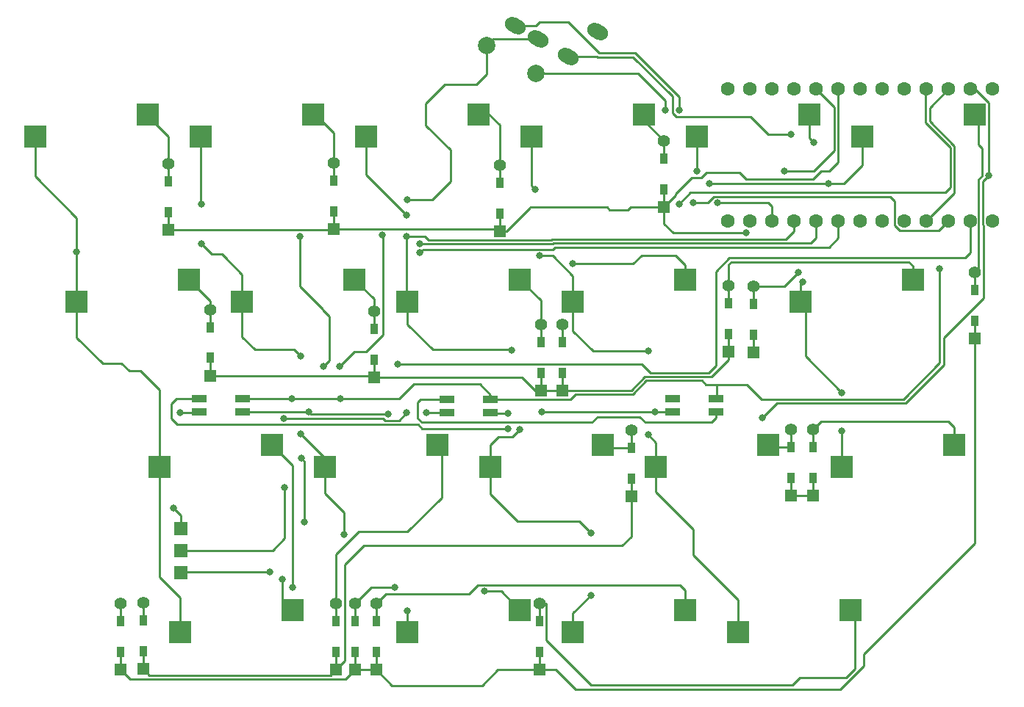
<source format=gbr>
G04 #@! TF.GenerationSoftware,KiCad,Pcbnew,7.0.8*
G04 #@! TF.CreationDate,2024-02-12T18:06:56+09:00*
G04 #@! TF.ProjectId,cool939v2,636f6f6c-3933-4397-9632-2e6b69636164,rev?*
G04 #@! TF.SameCoordinates,Original*
G04 #@! TF.FileFunction,Copper,L2,Bot*
G04 #@! TF.FilePolarity,Positive*
%FSLAX46Y46*%
G04 Gerber Fmt 4.6, Leading zero omitted, Abs format (unit mm)*
G04 Created by KiCad (PCBNEW 7.0.8) date 2024-02-12 18:06:56*
%MOMM*%
%LPD*%
G01*
G04 APERTURE LIST*
G04 Aperture macros list*
%AMHorizOval*
0 Thick line with rounded ends*
0 $1 width*
0 $2 $3 position (X,Y) of the first rounded end (center of the circle)*
0 $4 $5 position (X,Y) of the second rounded end (center of the circle)*
0 Add line between two ends*
20,1,$1,$2,$3,$4,$5,0*
0 Add two circle primitives to create the rounded ends*
1,1,$1,$2,$3*
1,1,$1,$4,$5*%
G04 Aperture macros list end*
G04 #@! TA.AperFunction,SMDPad,CuDef*
%ADD10R,2.550000X2.500000*%
G04 #@! TD*
G04 #@! TA.AperFunction,ComponentPad*
%ADD11R,1.397000X1.397000*%
G04 #@! TD*
G04 #@! TA.AperFunction,SMDPad,CuDef*
%ADD12R,0.950000X1.300000*%
G04 #@! TD*
G04 #@! TA.AperFunction,ComponentPad*
%ADD13C,1.397000*%
G04 #@! TD*
G04 #@! TA.AperFunction,ComponentPad*
%ADD14C,2.000000*%
G04 #@! TD*
G04 #@! TA.AperFunction,SMDPad,CuDef*
%ADD15R,1.800000X0.820000*%
G04 #@! TD*
G04 #@! TA.AperFunction,ComponentPad*
%ADD16HorizOval,1.700000X-0.346410X0.200000X0.346410X-0.200000X0*%
G04 #@! TD*
G04 #@! TA.AperFunction,SMDPad,CuDef*
%ADD17R,1.524000X1.524000*%
G04 #@! TD*
G04 #@! TA.AperFunction,ComponentPad*
%ADD18C,1.600000*%
G04 #@! TD*
G04 #@! TA.AperFunction,ViaPad*
%ADD19C,0.800000*%
G04 #@! TD*
G04 #@! TA.AperFunction,Conductor*
%ADD20C,0.250000*%
G04 #@! TD*
G04 APERTURE END LIST*
D10*
X248729500Y-13970000D03*
X235802500Y-16510000D03*
X229679500Y-13970000D03*
X216752500Y-16510000D03*
X210629500Y-13970000D03*
X197702500Y-16510000D03*
X191579500Y-13970000D03*
X178652500Y-16510000D03*
X243967000Y5080000D03*
X231040000Y2540000D03*
X224917000Y5080000D03*
X211990000Y2540000D03*
X205867000Y5080000D03*
X192940000Y2540000D03*
X186817000Y5080000D03*
X173890000Y2540000D03*
D11*
X210690000Y-58930000D03*
D12*
X210690000Y-56895000D03*
X210690000Y-53345000D03*
D13*
X210690000Y-51310000D03*
D10*
X248729500Y-52070000D03*
X235802500Y-54610000D03*
X263017000Y5080000D03*
X250090000Y2540000D03*
X203485750Y-52070000D03*
X190558750Y-54610000D03*
X239204500Y-33020000D03*
X226277500Y-35560000D03*
X220154500Y-33020000D03*
X207227500Y-35560000D03*
X201104500Y-33020000D03*
X188177500Y-35560000D03*
X229679750Y-52070000D03*
X216752750Y-54610000D03*
X258254500Y-33020000D03*
X245327500Y-35560000D03*
D11*
X260940000Y-38840000D03*
D12*
X260940000Y-36805000D03*
X260940000Y-33255000D03*
D13*
X260940000Y-31220000D03*
D11*
X213130000Y-58960000D03*
D12*
X213130000Y-56925000D03*
X213130000Y-53375000D03*
D13*
X213130000Y-51340000D03*
D11*
X256560000Y-22330000D03*
D12*
X256560000Y-20295000D03*
X256560000Y-16745000D03*
D13*
X256560000Y-14710000D03*
D11*
X183720000Y-58910000D03*
D12*
X183720000Y-56875000D03*
X183720000Y-53325000D03*
D13*
X183720000Y-51290000D03*
D11*
X242500000Y-38970000D03*
D12*
X242500000Y-36935000D03*
X242500000Y-33385000D03*
D13*
X242500000Y-31350000D03*
D11*
X208520000Y-58950000D03*
D12*
X208520000Y-56915000D03*
X208520000Y-53365000D03*
D13*
X208520000Y-51330000D03*
D11*
X186320000Y-58890000D03*
D12*
X186320000Y-56855000D03*
X186320000Y-53305000D03*
D13*
X186320000Y-51270000D03*
D11*
X253750000Y-22250000D03*
D12*
X253750000Y-20215000D03*
X253750000Y-16665000D03*
D13*
X253750000Y-14630000D03*
D11*
X234570000Y-26730000D03*
D12*
X234570000Y-24695000D03*
X234570000Y-21145000D03*
D13*
X234570000Y-19110000D03*
D11*
X232080000Y-26750000D03*
D12*
X232080000Y-24715000D03*
X232080000Y-21165000D03*
D13*
X232080000Y-19130000D03*
D11*
X212880000Y-25220000D03*
D12*
X212880000Y-23185000D03*
X212880000Y-19635000D03*
D13*
X212880000Y-17600000D03*
D11*
X194010000Y-25030000D03*
D12*
X194010000Y-22995000D03*
X194010000Y-19445000D03*
D13*
X194010000Y-17410000D03*
D11*
X189180000Y-8230000D03*
D12*
X189180000Y-6195000D03*
X189180000Y-2645000D03*
D13*
X189180000Y-610000D03*
D11*
X246280000Y-5580000D03*
D12*
X246280000Y-3545000D03*
X246280000Y5000D03*
D13*
X246280000Y2040000D03*
D11*
X227340000Y-8360000D03*
D12*
X227340000Y-6325000D03*
X227340000Y-2775000D03*
D13*
X227340000Y-740000D03*
D11*
X208240000Y-8100000D03*
D12*
X208240000Y-6065000D03*
X208240000Y-2515000D03*
D13*
X208240000Y-480000D03*
D11*
X231970000Y-58960000D03*
D12*
X231970000Y-56925000D03*
X231970000Y-53375000D03*
D13*
X231970000Y-51340000D03*
D11*
X282060000Y-20720000D03*
D12*
X282060000Y-18685000D03*
X282060000Y-15135000D03*
D13*
X282060000Y-13100000D03*
D11*
X263490000Y-38840000D03*
D12*
X263490000Y-36805000D03*
X263490000Y-33255000D03*
D13*
X263490000Y-31220000D03*
D10*
X274923500Y-13970000D03*
X261996500Y-16510000D03*
X267779500Y-52070000D03*
X254852500Y-54610000D03*
X282067000Y5080000D03*
X269140000Y2540000D03*
X279685500Y-33020000D03*
X266758500Y-35560000D03*
D14*
X231514583Y9775000D03*
X225885417Y13025000D03*
D15*
X247270000Y-27730000D03*
X252270000Y-27730000D03*
X252270000Y-29230000D03*
X247270000Y-29230000D03*
X221320000Y-27790000D03*
X226320000Y-27790000D03*
X226320000Y-29290000D03*
X221320000Y-29290000D03*
X192770000Y-27730000D03*
X197770000Y-27730000D03*
X197770000Y-29230000D03*
X192770000Y-29230000D03*
D16*
X235260062Y11781347D03*
X231795960Y13781347D03*
X229197884Y15281347D03*
X238659100Y14668653D03*
D17*
X190630000Y-47740000D03*
X190630000Y-45200000D03*
X190630000Y-42660000D03*
D18*
X273960000Y-7220000D03*
X276500000Y-7220000D03*
X281580000Y8020000D03*
X279040000Y8020000D03*
X276500000Y8020000D03*
X273960000Y8020000D03*
X271420000Y8020000D03*
X268880000Y8020000D03*
X266340000Y8020000D03*
X263800000Y8020000D03*
X256180000Y8020000D03*
X261260000Y8020000D03*
X253640000Y8020000D03*
X258720000Y8020000D03*
X284120000Y8020000D03*
X284120000Y-7220000D03*
X253640000Y-7220000D03*
X256180000Y-7220000D03*
X258720000Y-7220000D03*
X261260000Y-7220000D03*
X263800000Y-7220000D03*
X266340000Y-7220000D03*
X268880000Y-7220000D03*
X271420000Y-7220000D03*
X279040000Y-7220000D03*
X281580000Y-7220000D03*
D19*
X235760000Y-12140000D03*
X203510000Y-49470000D03*
X215240000Y-49470500D03*
X225620000Y-49914500D03*
X255710000Y-8594980D03*
X260180000Y-1430000D03*
X204879999Y-41880000D03*
X204310000Y-8955000D03*
X207080000Y-23960000D03*
X204480000Y-34570000D03*
X208970000Y-27730000D03*
X208930000Y-23950000D03*
X213860000Y-8840000D03*
X216680000Y-4740000D03*
X203450000Y-27730000D03*
X278050000Y-12740000D03*
X200920000Y-47640000D03*
X190570000Y-29340000D03*
X218930000Y-29340000D03*
X232200000Y-29210000D03*
X257600000Y-29875000D03*
X189810000Y-40350000D03*
X245270000Y-29230000D03*
X202490000Y-29955000D03*
X216650000Y-29330000D03*
X260880000Y2780000D03*
X248010000Y5550000D03*
X249680000Y-5070000D03*
X214490000Y-29490000D03*
X215570000Y-23710000D03*
X202600000Y-37940000D03*
X205370000Y-29230000D03*
X228320000Y-29350000D03*
X228330000Y-31150010D03*
X178652500Y-10747500D03*
X218140000Y-10880000D03*
X192970000Y-9810000D03*
X218120000Y-9800000D03*
X204410000Y-31760000D03*
X204440000Y-22820000D03*
X192970000Y-5260000D03*
X209460000Y-43380000D03*
X216730000Y-52200000D03*
X216650000Y-8960000D03*
X237880000Y-50360000D03*
X237890000Y-43210000D03*
X229640000Y-31240000D03*
X228770000Y-22100000D03*
X216630000Y-6540000D03*
X231980000Y-11210000D03*
X231450000Y-3560000D03*
X244450000Y-31880000D03*
X244470000Y-22200000D03*
X252440000Y-5100000D03*
X266710000Y-31440000D03*
X250080000Y-1430000D03*
X266790000Y-27020000D03*
X265260000Y-2880000D03*
X262300000Y-14270000D03*
X248040000Y-5220000D03*
X246460000Y5540000D03*
X202330000Y-48560000D03*
X263500000Y1890000D03*
X261750000Y-13130000D03*
X251525000Y-2875000D03*
X283684500Y-1973000D03*
D20*
X276890000Y5870000D02*
X276890000Y4303350D01*
X189180000Y-610000D02*
X189180000Y2520000D01*
X186817000Y4883000D02*
X186817000Y5080000D01*
X189180000Y2520000D02*
X186817000Y4883000D01*
X189180000Y-2645000D02*
X189180000Y-610000D01*
X206120000Y5080000D02*
X205867000Y5080000D01*
X208240000Y-480000D02*
X208240000Y2960000D01*
X208240000Y-2515000D02*
X208240000Y-480000D01*
X208240000Y2960000D02*
X206120000Y5080000D01*
X226140000Y5080000D02*
X227340000Y3880000D01*
X227340000Y3880000D02*
X227340000Y-740000D01*
X227340000Y-740000D02*
X227340000Y-2775000D01*
X224917000Y5080000D02*
X226140000Y5080000D01*
X243967000Y4353000D02*
X246280000Y2040000D01*
X246280000Y5000D02*
X246280000Y2040000D01*
X243967000Y5080000D02*
X243967000Y4353000D01*
X194010000Y-17410000D02*
X194010000Y-19445000D01*
X194010000Y-16400500D02*
X191579500Y-13970000D01*
X194010000Y-17410000D02*
X194010000Y-16400500D01*
X212880000Y-16220500D02*
X210629500Y-13970000D01*
X212880000Y-17600000D02*
X212880000Y-19635000D01*
X212880000Y-17600000D02*
X212880000Y-16220500D01*
X232080000Y-19130000D02*
X232080000Y-16370500D01*
X232080000Y-16370500D02*
X229679500Y-13970000D01*
X232080000Y-19130000D02*
X232080000Y-21165000D01*
X247600000Y-11160000D02*
X248729500Y-12289500D01*
X248729500Y-12289500D02*
X248729500Y-13970000D01*
X243720000Y-11160000D02*
X247600000Y-11160000D01*
X242740000Y-12140000D02*
X243720000Y-11160000D01*
X235760000Y-12140000D02*
X242740000Y-12140000D01*
X234570000Y-21145000D02*
X234570000Y-19110000D01*
X267779500Y-52070000D02*
X268292501Y-52583001D01*
X267240000Y-59880000D02*
X267935000Y-59185000D01*
X268217501Y-52508001D02*
X267779500Y-52070000D01*
X261090000Y-60740000D02*
X261950000Y-59880000D01*
X232700000Y-51340000D02*
X232700000Y-55592502D01*
X268292501Y-58827499D02*
X267935000Y-59185000D01*
X268541500Y-51308000D02*
X268097705Y-51751795D01*
X268292501Y-52583001D02*
X268292501Y-58827499D01*
X261950000Y-59880000D02*
X267240000Y-59880000D01*
X231970000Y-51340000D02*
X231970000Y-53375000D01*
X237847498Y-60740000D02*
X261090000Y-60740000D01*
X267935000Y-59185000D02*
X268217501Y-58902499D01*
X232700000Y-55592502D02*
X237847498Y-60740000D01*
X231970000Y-51340000D02*
X232700000Y-51340000D01*
X203500000Y-41090000D02*
X203500000Y-41580000D01*
X203510000Y-49470000D02*
X203510000Y-41100000D01*
X186320000Y-51270000D02*
X186320000Y-53305000D01*
X203500000Y-35415500D02*
X203500000Y-41090000D01*
X201104500Y-33020000D02*
X203500000Y-35415500D01*
X203510000Y-41100000D02*
X203500000Y-41090000D01*
X220154500Y-33020000D02*
X221170500Y-33020000D01*
X220667501Y-39132499D02*
X220667501Y-33533001D01*
X216750000Y-43050000D02*
X220667501Y-39132499D01*
X213370000Y-43050000D02*
X216750000Y-43050000D01*
X211110000Y-43060000D02*
X213360000Y-43060000D01*
X220667501Y-33533001D02*
X220154500Y-33020000D01*
X208520000Y-51330000D02*
X208520000Y-45650000D01*
X208520000Y-45650000D02*
X211110000Y-43060000D01*
X213360000Y-43060000D02*
X213370000Y-43050000D01*
X208520000Y-51330000D02*
X208520000Y-53365000D01*
X239569500Y-33385000D02*
X239204500Y-33020000D01*
X242500000Y-31350000D02*
X242500000Y-33385000D01*
X242500000Y-33385000D02*
X239569500Y-33385000D01*
X213130000Y-51340000D02*
X213130000Y-53375000D01*
X248729500Y-49789500D02*
X248729500Y-52070000D01*
X213130000Y-51340000D02*
X214275000Y-50195000D01*
X223805000Y-50195000D02*
X224810000Y-49190000D01*
X214275000Y-50195000D02*
X223805000Y-50195000D01*
X224810000Y-49190000D02*
X248130000Y-49190000D01*
X248130000Y-49190000D02*
X248729500Y-49789500D01*
X264420000Y-30290000D02*
X279000000Y-30290000D01*
X279685500Y-30975500D02*
X279685500Y-33020000D01*
X279000000Y-30290000D02*
X279685500Y-30975500D01*
X263490000Y-31220000D02*
X264420000Y-30290000D01*
X263490000Y-31220000D02*
X263490000Y-33255000D01*
X229679750Y-52070000D02*
X227524250Y-49914500D01*
X212529500Y-49470500D02*
X210690000Y-51310000D01*
X215240000Y-49470500D02*
X212529500Y-49470500D01*
X227524250Y-49914500D02*
X225620000Y-49914500D01*
X210690000Y-51310000D02*
X210690000Y-53345000D01*
X208240000Y-8100000D02*
X227080000Y-8100000D01*
X227080000Y-8100000D02*
X227340000Y-8360000D01*
X189180000Y-8230000D02*
X208110000Y-8230000D01*
X208110000Y-8230000D02*
X208240000Y-8100000D01*
X189180000Y-8230000D02*
X189180000Y-6195000D01*
X208240000Y-6065000D02*
X208240000Y-8100000D01*
X227340000Y-6325000D02*
X227340000Y-8360000D01*
X230820000Y-5650000D02*
X230820000Y-5635031D01*
X239719209Y-5635031D02*
X239989200Y-5905020D01*
X242127801Y-5905019D02*
X242306410Y-5726410D01*
X246280000Y-3545000D02*
X246280000Y-5580000D01*
X246280000Y-7550000D02*
X246280000Y-5580000D01*
X230820000Y-5635031D02*
X239719209Y-5635031D01*
X256560000Y-22330000D02*
X256610000Y-22330000D01*
X242452820Y-5580000D02*
X242306410Y-5726410D01*
X247324980Y-8594980D02*
X246280000Y-7550000D01*
X239989200Y-5905020D02*
X242127801Y-5905019D01*
X255710000Y-8594980D02*
X247324980Y-8594980D01*
X256560000Y-20295000D02*
X256560000Y-22330000D01*
X228110000Y-8360000D02*
X230820000Y-5650000D01*
X246280000Y-5580000D02*
X242452820Y-5580000D01*
X227340000Y-8360000D02*
X228110000Y-8360000D01*
X232080000Y-26750000D02*
X234550000Y-26750000D01*
X234550000Y-26750000D02*
X234570000Y-26730000D01*
X229920000Y-25220000D02*
X231450000Y-26750000D01*
X231450000Y-26750000D02*
X232080000Y-26750000D01*
X212880000Y-25220000D02*
X229920000Y-25220000D01*
X194010000Y-25030000D02*
X212690000Y-25030000D01*
X212690000Y-25030000D02*
X212880000Y-25220000D01*
X234570000Y-26730000D02*
X234570000Y-24695000D01*
X232080000Y-24715000D02*
X232080000Y-26750000D01*
X212880000Y-23185000D02*
X212880000Y-25220000D01*
X194010000Y-22995000D02*
X194010000Y-25030000D01*
X251778500Y-25170000D02*
X244070000Y-25170000D01*
X253750000Y-22250000D02*
X253750000Y-23198500D01*
X253750000Y-23198500D02*
X251778500Y-25170000D01*
X234570000Y-26730000D02*
X241290000Y-26730000D01*
X253750000Y-20215000D02*
X253750000Y-22250000D01*
X244070000Y-25170000D02*
X242510000Y-26730000D01*
X242510000Y-26730000D02*
X241290000Y-26730000D01*
X209543500Y-57926500D02*
X208520000Y-58950000D01*
X187005000Y-59575000D02*
X186320000Y-58890000D01*
X186320000Y-58890000D02*
X186320000Y-56855000D01*
X241470000Y-44640000D02*
X211700000Y-44640000D01*
X211700000Y-44640000D02*
X209543500Y-46796500D01*
X242500000Y-43610000D02*
X241470000Y-44640000D01*
X209543500Y-46796500D02*
X209543500Y-57926500D01*
X242500000Y-36935000D02*
X242500000Y-38970000D01*
X242500000Y-38970000D02*
X242500000Y-43610000D01*
X208520000Y-58950000D02*
X207895000Y-59575000D01*
X263490000Y-36805000D02*
X263490000Y-38840000D01*
X260940000Y-36805000D02*
X260940000Y-38840000D01*
X207895000Y-59575000D02*
X187005000Y-59575000D01*
X260940000Y-38840000D02*
X263490000Y-38840000D01*
X208520000Y-56915000D02*
X208520000Y-58950000D01*
X206990000Y-17400000D02*
X206990000Y-17420000D01*
X266566400Y-61190010D02*
X269270000Y-58486410D01*
X204879999Y-34969999D02*
X204879999Y-37929999D01*
X184835000Y-60025000D02*
X209595000Y-60025000D01*
X225320000Y-60770000D02*
X227130000Y-58960000D01*
X231970000Y-58960000D02*
X231970000Y-56925000D01*
X227130000Y-58960000D02*
X231970000Y-58960000D01*
X204480000Y-34570000D02*
X204879999Y-34969999D01*
X233830000Y-58960000D02*
X236060010Y-61190010D01*
X206990000Y-17420000D02*
X207750000Y-18180000D01*
X207750000Y-18180000D02*
X207750000Y-23290000D01*
X204310000Y-8955000D02*
X204310000Y-14720000D01*
X282060000Y-44400000D02*
X282060000Y-20720000D01*
X213100000Y-58930000D02*
X213130000Y-58960000D01*
X204310000Y-14720000D02*
X206990000Y-17400000D01*
X209595000Y-60025000D02*
X210690000Y-58930000D01*
X204879999Y-41880000D02*
X204879999Y-37929999D01*
X183720000Y-58910000D02*
X184835000Y-60025000D01*
X236060010Y-61190010D02*
X266566400Y-61190010D01*
X207750000Y-23290000D02*
X207080000Y-23960000D01*
X231970000Y-58960000D02*
X233830000Y-58960000D01*
X269270000Y-57190000D02*
X282060000Y-44400000D01*
X282060000Y-20720000D02*
X282060000Y-18685000D01*
X210690000Y-58930000D02*
X213100000Y-58930000D01*
X213130000Y-56925000D02*
X213130000Y-58960000D01*
X214940000Y-60770000D02*
X225320000Y-60770000D01*
X183720000Y-56875000D02*
X183720000Y-58910000D01*
X210690000Y-58930000D02*
X210690000Y-56895000D01*
X213130000Y-58960000D02*
X214940000Y-60770000D01*
X269270000Y-58486410D02*
X269270000Y-57190000D01*
X208970000Y-27730000D02*
X215800000Y-27730000D01*
X211985002Y-22240000D02*
X210640000Y-22240000D01*
X210640000Y-22240000D02*
X208930000Y-23950000D01*
X213860000Y-8840000D02*
X213903501Y-8883501D01*
X213903501Y-8883501D02*
X213903501Y-20321501D01*
X213903501Y-20321501D02*
X211985002Y-22240000D01*
X252370000Y-26070000D02*
X251104486Y-26070000D01*
X251104486Y-26070000D02*
X250654496Y-25620010D01*
X252370000Y-26070000D02*
X252370000Y-27630000D01*
X252370000Y-27630000D02*
X252270000Y-27730000D01*
X244256400Y-25620010D02*
X250654496Y-25620010D01*
X252270000Y-27235514D02*
X252270000Y-27730000D01*
X242696401Y-27180009D02*
X244256400Y-25620010D01*
X226320000Y-27790000D02*
X235492002Y-27790000D01*
X235492002Y-27790000D02*
X236101992Y-27180010D01*
X236101992Y-27180010D02*
X242696401Y-27180009D01*
X217500000Y-26030000D02*
X225054486Y-26030000D01*
X225054486Y-26030000D02*
X226320000Y-27295514D01*
X226320000Y-27295514D02*
X226320000Y-27790000D01*
X215800000Y-27730000D02*
X217500000Y-26030000D01*
X273894999Y-27745001D02*
X278050000Y-23590000D01*
X197770000Y-27730000D02*
X203450000Y-27730000D01*
X190730000Y-47640000D02*
X190630000Y-47740000D01*
X257515001Y-27745001D02*
X273894999Y-27745001D01*
X255840000Y-26070000D02*
X257515001Y-27745001D01*
X224640000Y8520000D02*
X221030000Y8520000D01*
X218870000Y3840000D02*
X221690000Y1020000D01*
X200920000Y-47640000D02*
X190730000Y-47640000D01*
X221690000Y-2640000D02*
X219590000Y-4740000D01*
X203450000Y-27730000D02*
X208970000Y-27730000D01*
X225885417Y9765417D02*
X224640000Y8520000D01*
X219590000Y-4740000D02*
X216680000Y-4740000D01*
X218870000Y6360000D02*
X218870000Y3840000D01*
X226641764Y13781347D02*
X225885417Y13025000D01*
X225885417Y13025000D02*
X225885417Y9765417D01*
X221690000Y1020000D02*
X221690000Y-2640000D01*
X221030000Y8520000D02*
X218870000Y6360000D01*
X231795960Y13781347D02*
X226641764Y13781347D01*
X278050000Y-23590000D02*
X278050000Y-12740000D01*
X252370000Y-26070000D02*
X255840000Y-26070000D01*
X244910000Y-29230000D02*
X232220000Y-29230000D01*
X190570000Y-29340000D02*
X192660000Y-29340000D01*
X192660000Y-29340000D02*
X192770000Y-29230000D01*
X218930000Y-29340000D02*
X221270000Y-29340000D01*
X221270000Y-29340000D02*
X221320000Y-29290000D01*
X247270000Y-29230000D02*
X245270000Y-29230000D01*
X232220000Y-29230000D02*
X232200000Y-29210000D01*
X245270000Y-29230000D02*
X244910000Y-29230000D01*
X213881998Y-29955000D02*
X214141999Y-30215001D01*
X247284999Y5201999D02*
X247696998Y4790000D01*
X257600000Y-29875000D02*
X259279989Y-28195011D01*
X256250000Y4790000D02*
X258260000Y2780000D01*
X190630000Y-41170000D02*
X189810000Y-40350000D01*
X256040000Y4790000D02*
X256250000Y4790000D01*
X214141999Y-30215001D02*
X215764999Y-30215001D01*
X242720010Y11709990D02*
X247284999Y7145001D01*
X242479990Y11709990D02*
X242720010Y11709990D01*
X215764999Y-30215001D02*
X216650000Y-29330000D01*
X274081400Y-28195010D02*
X278500010Y-23776400D01*
X190630000Y-42660000D02*
X190630000Y-41170000D01*
X238572243Y11781347D02*
X238643600Y11709990D01*
X238643600Y11709990D02*
X242479990Y11709990D01*
X247284999Y7145001D02*
X247284999Y5201999D01*
X202490000Y-29955000D02*
X213881998Y-29955000D01*
X259279989Y-28195011D02*
X274081400Y-28195010D01*
X247696998Y4790000D02*
X256040000Y4790000D01*
X258260000Y2780000D02*
X260880000Y2780000D01*
X242479990Y11709990D02*
X242763600Y11709990D01*
X235260062Y11781347D02*
X238572243Y11781347D01*
X247270000Y-29230000D02*
X246080000Y-29230000D01*
X242950000Y12160000D02*
X238830000Y12160000D01*
X235240000Y15750000D02*
X231966537Y15750000D01*
X231966537Y15750000D02*
X231738268Y15521732D01*
X238830000Y12160000D02*
X235240000Y15750000D01*
X231497883Y15281347D02*
X231738268Y15521732D01*
X248010000Y5550000D02*
X248010000Y7100000D01*
X248010000Y7100000D02*
X242950000Y12160000D01*
X229197884Y15281347D02*
X231497883Y15281347D01*
X231738268Y15521732D02*
X231497884Y15281347D01*
X244729990Y-24719990D02*
X251430010Y-24719990D01*
X252250000Y-23900000D02*
X252250000Y-22100000D01*
X215570000Y-23710000D02*
X243720000Y-23710000D01*
X251430010Y-24719990D02*
X252250000Y-23900000D01*
X243720000Y-23710000D02*
X244729990Y-24719990D01*
X252250000Y-22100000D02*
X252250000Y-20740000D01*
X252250000Y-20740000D02*
X252250000Y-20890000D01*
X190630000Y-45200000D02*
X201190000Y-45200000D01*
X205370000Y-29230000D02*
X205630000Y-29490000D01*
X202600000Y-43790000D02*
X202600000Y-37940000D01*
X201190000Y-45200000D02*
X202600000Y-43790000D01*
X214490000Y-29490000D02*
X205630000Y-29490000D01*
X197770000Y-29230000D02*
X205370000Y-29230000D01*
X228320000Y-29350000D02*
X226380000Y-29350000D01*
X226380000Y-29350000D02*
X226320000Y-29290000D01*
X189540000Y-30020000D02*
X190214999Y-30694999D01*
X217968501Y-30694999D02*
X218423512Y-31150010D01*
X218423512Y-31150010D02*
X228330000Y-31150010D01*
X190214999Y-30694999D02*
X217968501Y-30694999D01*
X189540000Y-28300000D02*
X189540000Y-30020000D01*
X190110000Y-27730000D02*
X189540000Y-28300000D01*
X192770000Y-27730000D02*
X190110000Y-27730000D01*
X252270000Y-29890000D02*
X251794990Y-30365010D01*
X238610020Y-29800000D02*
X237985010Y-30425010D01*
X245535010Y-30365010D02*
X245475010Y-30425010D01*
X217920000Y-29980000D02*
X217920000Y-28130000D01*
X217920000Y-28130000D02*
X218260000Y-27790000D01*
X237985010Y-30425010D02*
X218365010Y-30425010D01*
X252270000Y-29230000D02*
X252270000Y-29890000D01*
X245475010Y-30425010D02*
X244105010Y-30425010D01*
X244105010Y-30425010D02*
X243480000Y-29800000D01*
X243480000Y-29800000D02*
X238610020Y-29800000D01*
X251794990Y-30365010D02*
X245535010Y-30365010D01*
X218260000Y-27790000D02*
X221320000Y-27790000D01*
X218365010Y-30425010D02*
X217920000Y-29980000D01*
X178652500Y-6842500D02*
X178652500Y-10747500D01*
X178652500Y-10747500D02*
X178652500Y-16510000D01*
X188177500Y-35560000D02*
X188177500Y-48272500D01*
X186010000Y-24500000D02*
X188177500Y-26667500D01*
X188177500Y-26667500D02*
X188177500Y-35560000D01*
X184675699Y-24500000D02*
X186010000Y-24500000D01*
X181620000Y-23630000D02*
X183805699Y-23630000D01*
X183805699Y-23630000D02*
X184675699Y-24500000D01*
X178652500Y-20662500D02*
X181620000Y-23630000D01*
X178652500Y-16510000D02*
X178652500Y-20662500D01*
X173890000Y-2080000D02*
X178652500Y-6842500D01*
X173890000Y2540000D02*
X173890000Y-2080000D01*
X190558750Y-50653750D02*
X188177500Y-48272500D01*
X263798000Y-7201400D02*
X263978600Y-7201400D01*
X190558750Y-54610000D02*
X190558750Y-50653750D01*
X195510000Y-11160000D02*
X195690000Y-11340000D01*
X194200000Y-11040000D02*
X195390000Y-11040000D01*
X195390000Y-11040000D02*
X195690000Y-11340000D01*
X195690000Y-11340000D02*
X197702500Y-13352500D01*
X192970000Y-9810000D02*
X194200000Y-11040000D01*
X207227500Y-38627500D02*
X209450000Y-40850000D01*
X207227500Y-35560000D02*
X207227500Y-38627500D01*
X204410000Y-31760000D02*
X207227500Y-34577500D01*
X207227500Y-34577500D02*
X207227500Y-35560000D01*
X199160000Y-22060000D02*
X203680000Y-22060000D01*
X203680000Y-22060000D02*
X204440000Y-22820000D01*
X197702500Y-20602500D02*
X199160000Y-22060000D01*
X197702500Y-16510000D02*
X197702500Y-20602500D01*
X197702500Y-13352500D02*
X197702500Y-16510000D01*
X192940000Y2540000D02*
X192940000Y-5230000D01*
X192940000Y-5230000D02*
X192970000Y-5260000D01*
X218120000Y-9800000D02*
X218153511Y-9833511D01*
X209450000Y-41840000D02*
X209450000Y-42140000D01*
X209450000Y-43370000D02*
X209460000Y-43380000D01*
X209450000Y-42140000D02*
X209450000Y-43370000D01*
X216730000Y-52200000D02*
X216730000Y-54587250D01*
X218153511Y-9833511D02*
X233490079Y-9833511D01*
X233490079Y-9833511D02*
X233553600Y-9769990D01*
X216730000Y-54587250D02*
X216752750Y-54610000D01*
X209460000Y-41850000D02*
X209450000Y-41840000D01*
X209450000Y-40850000D02*
X209450000Y-41840000D01*
X216752500Y-16510000D02*
X216640000Y-16397500D01*
X216640000Y-16397500D02*
X216640000Y-8970000D01*
X216640000Y-8970000D02*
X216650000Y-8960000D01*
X229430000Y-41840000D02*
X236520000Y-41840000D01*
X236520000Y-41840000D02*
X237890000Y-43210000D01*
X226277500Y-38687500D02*
X229430000Y-41840000D01*
X226277500Y-35560000D02*
X226277500Y-38687500D01*
X227200000Y-32080000D02*
X226277500Y-33002500D01*
X226277500Y-33002500D02*
X226277500Y-35560000D01*
X228800000Y-32080000D02*
X227200000Y-32080000D01*
X229640000Y-31240000D02*
X228800000Y-32080000D01*
X219640000Y-22020000D02*
X228690000Y-22020000D01*
X228690000Y-22020000D02*
X228770000Y-22100000D01*
X216752500Y-19132500D02*
X219640000Y-22020000D01*
X216752500Y-16510000D02*
X216752500Y-19132500D01*
X211990000Y-1900000D02*
X216630000Y-6540000D01*
X235802500Y-52437500D02*
X237880000Y-50360000D01*
X211990000Y2540000D02*
X211990000Y-1900000D01*
X235802500Y-54610000D02*
X235802500Y-52437500D01*
X235802500Y-16510000D02*
X235802500Y-18821002D01*
X231980000Y-11210000D02*
X233110000Y-11210000D01*
X233110000Y-11210000D02*
X233470000Y-11210000D01*
X233470000Y-11210000D02*
X235802500Y-13542500D01*
X235802500Y-13542500D02*
X235802500Y-16510000D01*
X231040000Y2540000D02*
X231040000Y-3150000D01*
X231040000Y-3150000D02*
X231450000Y-3560000D01*
X235802500Y-18821002D02*
X235802500Y-19872500D01*
X235802500Y-19872500D02*
X238130000Y-22200000D01*
X245327500Y-35560000D02*
X245327500Y-38482500D01*
X245327500Y-32757500D02*
X244450000Y-31880000D01*
X245327500Y-35560000D02*
X245327500Y-32757500D01*
X245352500Y-38482500D02*
X249630000Y-42760000D01*
X238130000Y-22200000D02*
X239740000Y-22200000D01*
X249630000Y-45690000D02*
X254830000Y-50890000D01*
X244470000Y-22200000D02*
X239740000Y-22200000D01*
X254830000Y-54587500D02*
X254852500Y-54610000D01*
X239740000Y-22200000D02*
X239181498Y-22200000D01*
X254830000Y-50890000D02*
X254830000Y-54587500D01*
X245327500Y-38482500D02*
X245352500Y-38482500D01*
X249630000Y-42760000D02*
X249630000Y-45690000D01*
X250090000Y2540000D02*
X250090000Y-1420000D01*
X262590000Y-17103500D02*
X261996500Y-16510000D01*
X266758500Y-31488500D02*
X266710000Y-31440000D01*
X261996500Y-14573500D02*
X262300000Y-14270000D01*
X269140000Y2540000D02*
X269140000Y-750000D01*
X261996500Y-16510000D02*
X261996500Y-14573500D01*
X269140000Y-750000D02*
X267010000Y-2880000D01*
X266758500Y-35560000D02*
X266758500Y-31488500D01*
X262590000Y-22820000D02*
X262590000Y-17103500D01*
X266790000Y-27020000D02*
X262590000Y-22820000D01*
X250090000Y-1420000D02*
X250080000Y-1430000D01*
X267010000Y-2880000D02*
X265260000Y-2880000D01*
X231514583Y9775000D02*
X234485000Y9775000D01*
X246460000Y6650000D02*
X246460000Y5540000D01*
X234485000Y9775000D02*
X234014583Y9775000D01*
X243335000Y9775000D02*
X246460000Y6650000D01*
X234485000Y9775000D02*
X243335000Y9775000D01*
X260940000Y-33255000D02*
X258489500Y-33255000D01*
X260940000Y-31220000D02*
X260940000Y-33255000D01*
X258489500Y-33255000D02*
X258254500Y-33020000D01*
X258254500Y-33020000D02*
X258767501Y-33533001D01*
X282960000Y1150000D02*
X282960000Y-1990000D01*
X282505001Y4641999D02*
X282505001Y1604999D01*
X282505001Y-2444999D02*
X282505001Y-12654999D01*
X282060000Y-13100000D02*
X282060000Y-15135000D01*
X282067000Y5080000D02*
X282505001Y4641999D01*
X282960000Y-1990000D02*
X282505001Y-2444999D01*
X282505001Y1604999D02*
X282960000Y1150000D01*
X282505001Y-12654999D02*
X282060000Y-13100000D01*
X202330000Y-48560000D02*
X202330000Y-50914250D01*
X202330000Y-50914250D02*
X203485750Y-52070000D01*
X183720000Y-51290000D02*
X183720000Y-53325000D01*
X263500000Y1890000D02*
X263017000Y2373000D01*
X260170000Y-14710000D02*
X261750000Y-13130000D01*
X256560000Y-14710000D02*
X260170000Y-14710000D01*
X256560000Y-14710000D02*
X256560000Y-16745000D01*
X263017000Y2373000D02*
X263017000Y5080000D01*
X274923500Y-12373500D02*
X274923500Y-13970000D01*
X253750000Y-14630000D02*
X253750000Y-12176410D01*
X254011401Y-11915009D02*
X274465009Y-11915009D01*
X253750000Y-12176410D02*
X254011401Y-11915009D01*
X274465009Y-11915009D02*
X274923500Y-12373500D01*
X253750000Y-14630000D02*
X253750000Y-16665000D01*
X277915000Y-8345000D02*
X279040000Y-7220000D01*
X273435000Y-8345000D02*
X277915000Y-8345000D01*
X272835000Y-4889999D02*
X272835000Y-7745000D01*
X272320000Y-4374999D02*
X272835000Y-4889999D01*
X252091999Y-4374999D02*
X272320000Y-4374999D01*
X272835000Y-7745000D02*
X273435000Y-8345000D01*
X281580000Y-10870000D02*
X281580000Y-7220000D01*
X233553600Y-9769990D02*
X260220000Y-9769990D01*
X263800000Y-9130000D02*
X263160010Y-9769990D01*
X260220000Y-9769990D02*
X260810010Y-9769990D01*
X249680000Y-5070000D02*
X251323002Y-5070000D01*
X251991501Y-4401501D02*
X252065497Y-4401501D01*
X261260000Y-8410000D02*
X261260000Y-7220000D01*
X233367200Y-9319980D02*
X260350020Y-9319980D01*
X233740000Y-10220000D02*
X265290000Y-10220000D01*
X218535001Y-10484999D02*
X233475001Y-10484999D01*
X265290000Y-10220000D02*
X266340000Y-9170000D01*
X233303679Y-9383501D02*
X233367200Y-9319980D01*
X219196499Y-9383501D02*
X233303679Y-9383501D01*
X252440000Y-5100000D02*
X258290000Y-5100000D01*
X258290000Y-5100000D02*
X258720000Y-5530000D01*
X258720000Y-5530000D02*
X258720000Y-7220000D01*
X263160010Y-9769990D02*
X260220000Y-9769990D01*
X263800000Y-7220000D02*
X263800000Y-9130000D01*
X263520000Y-1430000D02*
X265890000Y940000D01*
X263510000Y-1430000D02*
X263520000Y-1430000D01*
X276440000Y4100000D02*
X276440000Y7960000D01*
X276440000Y7960000D02*
X276500000Y8020000D01*
X252065497Y-4401501D02*
X252091999Y-4374999D01*
X251323002Y-5070000D02*
X251991501Y-4401501D01*
X216650000Y-8960000D02*
X218772998Y-8960000D01*
X251530000Y-2880000D02*
X251525000Y-2875000D01*
X265260000Y-2880000D02*
X251530000Y-2880000D01*
X266340000Y-9170000D02*
X266340000Y-7220000D01*
X233475001Y-10484999D02*
X233740000Y-10220000D01*
X218140000Y-10880000D02*
X218535001Y-10484999D01*
X280985001Y-11464999D02*
X281580000Y-10870000D01*
X252250000Y-20740000D02*
X252250000Y-13040000D01*
X252250000Y-13040000D02*
X253825001Y-11464999D01*
X253825001Y-11464999D02*
X280985001Y-11464999D01*
X279740000Y1453350D02*
X279740000Y-3980000D01*
X263510000Y-1430000D02*
X260180000Y-1430000D01*
X265890000Y940000D02*
X265890000Y5930000D01*
X265890000Y5930000D02*
X263800000Y8020000D01*
X282990000Y-2650000D02*
X283667000Y-1973000D01*
X278500010Y-20660370D02*
X283083500Y-16076880D01*
X283083500Y-16076880D02*
X283083500Y-7713500D01*
X278500010Y-23776400D02*
X278500010Y-20660370D01*
X283667000Y-1973000D02*
X283667000Y6464620D01*
X282990000Y-7620000D02*
X282990000Y-2650000D01*
X283083500Y-7713500D02*
X282990000Y-7620000D01*
X283667000Y6464620D02*
X282111620Y8020000D01*
X282111620Y8020000D02*
X281580000Y8020000D01*
X279290000Y-3310000D02*
X279290000Y1250000D01*
X278675011Y-3924989D02*
X279290000Y-3310000D01*
X279290000Y1250000D02*
X276440000Y4100000D01*
X249335011Y-3924989D02*
X278675011Y-3924989D01*
X248040000Y-5220000D02*
X249335011Y-3924989D01*
X276890000Y4303350D02*
X279740000Y1453350D01*
X247650000Y-4210000D02*
X247650000Y-4090000D01*
X247650000Y-4090000D02*
X249500000Y-2240000D01*
X264370000Y-1480000D02*
X265290000Y-1480000D01*
X266340000Y-430000D02*
X266340000Y8020000D01*
X265290000Y-1480000D02*
X266340000Y-430000D01*
X251190000Y-1640000D02*
X254979998Y-1640000D01*
X249500000Y-2240000D02*
X250590000Y-2240000D01*
X250590000Y-2240000D02*
X251190000Y-1640000D01*
X263474999Y-2375001D02*
X264370000Y-1480000D01*
X246280000Y-5580000D02*
X247650000Y-4210000D01*
X254979998Y-1640000D02*
X255714999Y-2375001D01*
X255714999Y-2375001D02*
X263474999Y-2375001D01*
X260350020Y-9319980D02*
X261260000Y-8410000D01*
X218772998Y-8960000D02*
X219196499Y-9383501D01*
X279740000Y-3980000D02*
X276500000Y-7220000D01*
X279040000Y8020000D02*
X276890000Y5870000D01*
M02*

</source>
